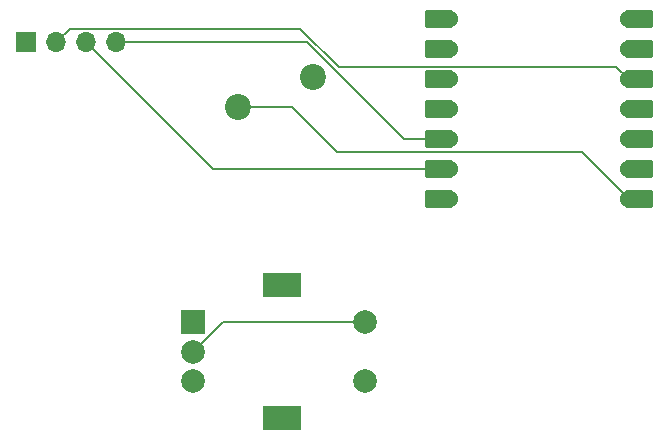
<source format=gbr>
%TF.GenerationSoftware,KiCad,Pcbnew,9.0.2*%
%TF.CreationDate,2025-07-02T04:02:22-04:00*%
%TF.ProjectId,PassPad_KiCAD,50617373-5061-4645-9f4b-694341442e6b,rev?*%
%TF.SameCoordinates,Original*%
%TF.FileFunction,Copper,L1,Top*%
%TF.FilePolarity,Positive*%
%FSLAX46Y46*%
G04 Gerber Fmt 4.6, Leading zero omitted, Abs format (unit mm)*
G04 Created by KiCad (PCBNEW 9.0.2) date 2025-07-02 04:02:22*
%MOMM*%
%LPD*%
G01*
G04 APERTURE LIST*
G04 Aperture macros list*
%AMRoundRect*
0 Rectangle with rounded corners*
0 $1 Rounding radius*
0 $2 $3 $4 $5 $6 $7 $8 $9 X,Y pos of 4 corners*
0 Add a 4 corners polygon primitive as box body*
4,1,4,$2,$3,$4,$5,$6,$7,$8,$9,$2,$3,0*
0 Add four circle primitives for the rounded corners*
1,1,$1+$1,$2,$3*
1,1,$1+$1,$4,$5*
1,1,$1+$1,$6,$7*
1,1,$1+$1,$8,$9*
0 Add four rect primitives between the rounded corners*
20,1,$1+$1,$2,$3,$4,$5,0*
20,1,$1+$1,$4,$5,$6,$7,0*
20,1,$1+$1,$6,$7,$8,$9,0*
20,1,$1+$1,$8,$9,$2,$3,0*%
G04 Aperture macros list end*
%TA.AperFunction,ComponentPad*%
%ADD10R,1.700000X1.700000*%
%TD*%
%TA.AperFunction,ComponentPad*%
%ADD11O,1.700000X1.700000*%
%TD*%
%TA.AperFunction,ComponentPad*%
%ADD12C,2.200000*%
%TD*%
%TA.AperFunction,ComponentPad*%
%ADD13R,2.000000X2.000000*%
%TD*%
%TA.AperFunction,ComponentPad*%
%ADD14C,2.000000*%
%TD*%
%TA.AperFunction,ComponentPad*%
%ADD15R,3.200000X2.000000*%
%TD*%
%TA.AperFunction,SMDPad,CuDef*%
%ADD16RoundRect,0.152400X1.063600X0.609600X-1.063600X0.609600X-1.063600X-0.609600X1.063600X-0.609600X0*%
%TD*%
%TA.AperFunction,ComponentPad*%
%ADD17C,1.524000*%
%TD*%
%TA.AperFunction,SMDPad,CuDef*%
%ADD18RoundRect,0.152400X-1.063600X-0.609600X1.063600X-0.609600X1.063600X0.609600X-1.063600X0.609600X0*%
%TD*%
%TA.AperFunction,Conductor*%
%ADD19C,0.200000*%
%TD*%
G04 APERTURE END LIST*
D10*
%TO.P,J1,1,Pin_1*%
%TO.N,GND*%
X107156250Y-73818750D03*
D11*
%TO.P,J1,2,Pin_2*%
%TO.N,+3V3*%
X109696250Y-73818750D03*
%TO.P,J1,3,Pin_3*%
%TO.N,Net-(J1-Pin_3)*%
X112236250Y-73818750D03*
%TO.P,J1,4,Pin_4*%
%TO.N,Net-(J1-Pin_4)*%
X114776250Y-73818750D03*
%TD*%
D12*
%TO.P,SW2,1,1*%
%TO.N,GND*%
X131443450Y-76741028D03*
%TO.P,SW2,2,2*%
%TO.N,Net-(U1-D7{slash}CSB{slash}P1{slash}RX)*%
X125093450Y-79281028D03*
%TD*%
D13*
%TO.P,SW1,A,A*%
%TO.N,Net-(U1-P26{slash}A0{slash}D0)*%
X121337500Y-97512500D03*
D14*
%TO.P,SW1,B,B*%
%TO.N,Net-(U1-P28{slash}A2{slash}D2)*%
X121337500Y-102512500D03*
%TO.P,SW1,C,C*%
%TO.N,GND*%
X121337500Y-100012500D03*
D15*
%TO.P,SW1,MP*%
%TO.N,N/C*%
X128837500Y-94412500D03*
X128837500Y-105612500D03*
D14*
%TO.P,SW1,S1,S1*%
%TO.N,Net-(U1-P27{slash}A1{slash}D1)*%
X135837500Y-102512500D03*
%TO.P,SW1,S2,S2*%
%TO.N,GND*%
X135837500Y-97512500D03*
%TD*%
D16*
%TO.P,U1,1,P26/A0/D0*%
%TO.N,Net-(U1-P26{slash}A0{slash}D0)*%
X142134086Y-71894350D03*
D17*
X142969086Y-71894350D03*
D16*
%TO.P,U1,2,P27/A1/D1*%
%TO.N,Net-(U1-P27{slash}A1{slash}D1)*%
X142134086Y-74434350D03*
D17*
X142969086Y-74434350D03*
D16*
%TO.P,U1,3,P28/A2/D2*%
%TO.N,Net-(U1-P28{slash}A2{slash}D2)*%
X142134086Y-76974350D03*
D17*
X142969086Y-76974350D03*
D16*
%TO.P,U1,4,P29/A3/D3*%
%TO.N,unconnected-(U1-P29{slash}A3{slash}D3-Pad4)_1*%
X142134086Y-79514350D03*
D17*
%TO.N,unconnected-(U1-P29{slash}A3{slash}D3-Pad4)*%
X142969086Y-79514350D03*
D16*
%TO.P,U1,5,P6/SDA/D4*%
%TO.N,Net-(J1-Pin_4)*%
X142134086Y-82054350D03*
D17*
X142969086Y-82054350D03*
D16*
%TO.P,U1,6,P7/SCL/D5*%
%TO.N,Net-(J1-Pin_3)*%
X142134086Y-84594350D03*
D17*
X142969086Y-84594350D03*
D16*
%TO.P,U1,7,P0//TX/D6*%
%TO.N,unconnected-(U1-P0{slash}{slash}TX{slash}D6-Pad7)*%
X142134086Y-87134350D03*
D17*
%TO.N,unconnected-(U1-P0{slash}{slash}TX{slash}D6-Pad7)_1*%
X142969086Y-87134350D03*
%TO.P,U1,8,D7/CSB/P1/RX*%
%TO.N,Net-(U1-D7{slash}CSB{slash}P1{slash}RX)*%
X158209086Y-87134350D03*
D18*
X159044086Y-87134350D03*
D17*
%TO.P,U1,9,D8/SCK/P2*%
%TO.N,unconnected-(U1-D8{slash}SCK{slash}P2-Pad9)*%
X158209086Y-84594350D03*
D18*
%TO.N,unconnected-(U1-D8{slash}SCK{slash}P2-Pad9)_1*%
X159044086Y-84594350D03*
D17*
%TO.P,U1,10,D9/MISO/P4*%
%TO.N,unconnected-(U1-D9{slash}MISO{slash}P4-Pad10)*%
X158209086Y-82054350D03*
D18*
%TO.N,unconnected-(U1-D9{slash}MISO{slash}P4-Pad10)_1*%
X159044086Y-82054350D03*
D17*
%TO.P,U1,11,D10/MOSI/P3*%
%TO.N,unconnected-(U1-D10{slash}MOSI{slash}P3-Pad11)_1*%
X158209086Y-79514350D03*
D18*
%TO.N,unconnected-(U1-D10{slash}MOSI{slash}P3-Pad11)*%
X159044086Y-79514350D03*
D17*
%TO.P,U1,12,3V3*%
%TO.N,+3V3*%
X158209086Y-76974350D03*
D18*
X159044086Y-76974350D03*
D17*
%TO.P,U1,13,GND*%
%TO.N,GND*%
X158209086Y-74434350D03*
D18*
X159044086Y-74434350D03*
D17*
%TO.P,U1,14,5V*%
%TO.N,unconnected-(U1-5V-Pad14)*%
X158209086Y-71894350D03*
D18*
%TO.N,unconnected-(U1-5V-Pad14)_1*%
X159044086Y-71894350D03*
%TD*%
D19*
%TO.N,GND*%
X121337500Y-100012500D02*
X123837500Y-97512500D01*
X123837500Y-97512500D02*
X135837500Y-97512500D01*
%TO.N,+3V3*%
X158209086Y-76974350D02*
X157146086Y-75911350D01*
X157146086Y-75911350D02*
X133628450Y-75911350D01*
X133628450Y-75911350D02*
X130384850Y-72667750D01*
X130384850Y-72667750D02*
X110847250Y-72667750D01*
X110847250Y-72667750D02*
X109696250Y-73818750D01*
%TO.N,Net-(U1-D7{slash}CSB{slash}P1{slash}RX)*%
X158209086Y-87134350D02*
X154192086Y-83117350D01*
X154192086Y-83117350D02*
X133524588Y-83117350D01*
X129688266Y-79281028D02*
X125093450Y-79281028D01*
X133524588Y-83117350D02*
X129688266Y-79281028D01*
%TO.N,Net-(J1-Pin_3)*%
X112236250Y-73818750D02*
X123011850Y-84594350D01*
X123011850Y-84594350D02*
X142969086Y-84594350D01*
%TO.N,Net-(J1-Pin_4)*%
X114776250Y-73818750D02*
X130968750Y-73818750D01*
X130968750Y-73818750D02*
X139204350Y-82054350D01*
X139204350Y-82054350D02*
X142969086Y-82054350D01*
%TO.N,Net-(U1-D7{slash}CSB{slash}P1{slash}RX)*%
X158591250Y-87516514D02*
X158209086Y-87134350D01*
%TO.N,GND*%
X158822712Y-74434350D02*
X158209086Y-74434350D01*
%TD*%
M02*

</source>
